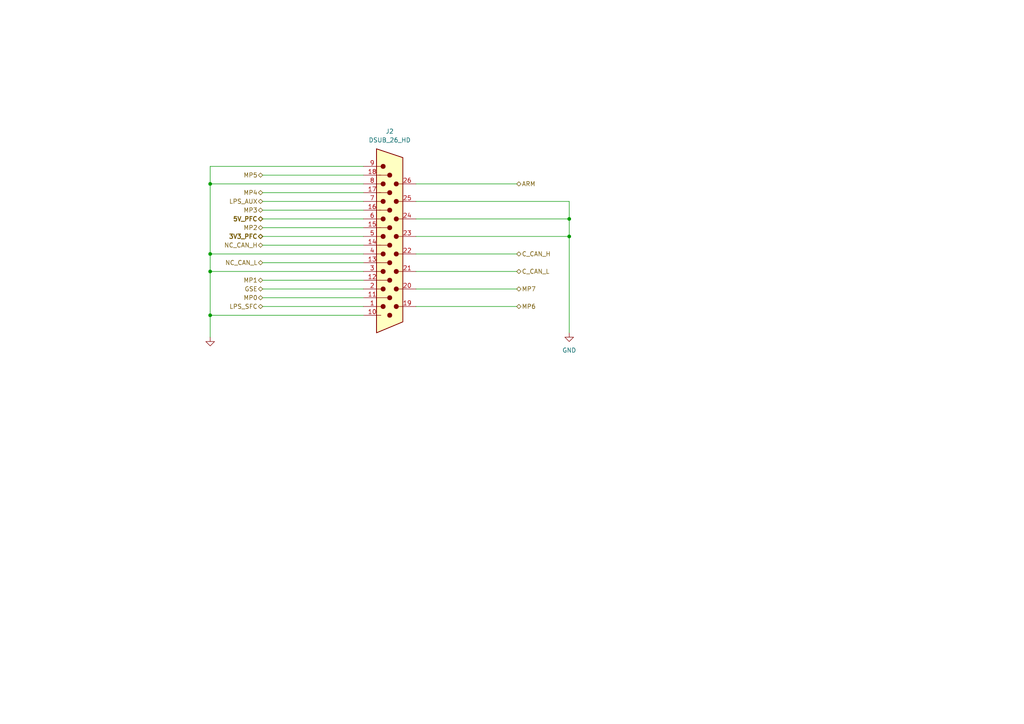
<source format=kicad_sch>
(kicad_sch (version 20250114) (generator "eeschema") (generator_version "9.0")
  (paper "A4")
  (title_block (title "RAT High level schematics") (date "2025-08-23") (rev "0"))
  (lib_symbols
    (symbol "CUSTOM:DSUB_26_HD" (pin_names (offset 1.016) (hide yes))
      (property "Reference" "J" (at 0 31.75 0))
      (property "Value" "DSUB_26_HD" (at 0 29.21 0))
      (symbol "DSUB_26_HD_0_1"
        (polyline (pts (xy -3.81 27.94) (xy -3.81 -25.4) (xy 3.81 -22.225) (xy 3.81 25.4) (xy -3.81 27.94)) (stroke (width 0.254)) (fill (type background)))
        (polyline (pts (xy -3.175 5.08) (xy -0.635 5.08)))
        (circle (center -1.905 22.86) (radius 0.635) (fill (type outline)))
        (circle (center -1.905 17.78) (radius 0.635) (fill (type outline)))
        (circle (center -1.905 12.7) (radius 0.635) (fill (type outline)))
        (circle (center -1.905 7.62) (radius 0.635) (fill (type outline)))
        (circle (center -1.905 2.54) (radius 0.635) (fill (type outline)))
        (circle (center -1.905 -2.54) (radius 0.635) (fill (type outline)))
        (circle (center -1.905 -7.62) (radius 0.635) (fill (type outline)))
        (circle (center -1.905 -12.7) (radius 0.635) (fill (type outline)))
        (circle (center -1.905 -17.78) (radius 0.635) (fill (type outline)))
        (polyline (pts (xy -0.635 20.32) (xy -3.175 20.32)))
        (polyline (pts (xy -0.635 15.24) (xy -3.175 15.24)))
        (polyline (pts (xy -0.635 10.16) (xy -3.175 10.16)))
        (polyline (pts (xy -0.635 0) (xy -3.175 0)))
        (polyline (pts (xy -0.635 -5.08) (xy -3.175 -5.08)))
        (polyline (pts (xy -0.635 -10.16) (xy -3.175 -10.16)))
        (polyline (pts (xy -0.635 -15.24) (xy -3.175 -15.24)))
        (circle (center 0 20.32) (radius 0.635) (fill (type outline)))
        (circle (center 0 15.24) (radius 0.635) (fill (type outline)))
        (circle (center 0 10.16) (radius 0.635) (fill (type outline)))
        (circle (center 0 5.08) (radius 0.635) (fill (type outline)))
        (circle (center 0 0) (radius 0.635) (fill (type outline)))
        (circle (center 0 -5.08) (radius 0.635) (fill (type outline)))
        (circle (center 0 -10.16) (radius 0.635) (fill (type outline)))
        (circle (center 0 -15.24) (radius 0.635) (fill (type outline)))
        (circle (center 0 -20.32) (radius 0.635) (fill (type outline)))
        (circle (center 1.905 17.78) (radius 0.635) (fill (type outline)))
        (circle (center 1.905 12.7) (radius 0.635) (fill (type outline)))
        (circle (center 1.905 7.62) (radius 0.635) (fill (type outline)))
        (circle (center 1.905 2.54) (radius 0.635) (fill (type outline)))
        (circle (center 1.905 -2.54) (radius 0.635) (fill (type outline)))
        (circle (center 1.905 -7.62) (radius 0.635) (fill (type outline)))
        (circle (center 1.905 -12.7) (radius 0.635) (fill (type outline)))
        (circle (center 1.905 -17.78) (radius 0.635) (fill (type outline)))
      )
      (symbol "DSUB_26_HD_1_1"
        (pin passive line (at -7.62 22.86 0) (length 5.08) (name "~") (number "9"))
        (pin passive line (at -7.62 20.32 0) (length 5.08) (name "~") (number "18"))
        (pin passive line (at -7.62 17.78 0) (length 5.08) (name "~") (number "8"))
        (pin passive line (at -7.62 15.24 0) (length 5.08) (name "~") (number "17"))
        (pin passive line (at -7.62 12.7 0) (length 5.08) (name "~") (number "7"))
        (pin passive line (at -7.62 10.16 0) (length 5.08) (name "~") (number "16"))
        (pin passive line (at -7.62 7.62 0) (length 5.08) (name "~") (number "6"))
        (pin passive line (at -7.62 5.08 0) (length 5.08) (name "~") (number "15"))
        (pin passive line (at -7.62 2.54 0) (length 5.08) (name "~") (number "5"))
        (pin passive line (at -7.62 0 0) (length 5.08) (name "~") (number "14"))
        (pin passive line (at -7.62 -2.54 0) (length 5.08) (name "~") (number "4"))
        (pin passive line (at -7.62 -5.08 0) (length 5.08) (name "~") (number "13"))
        (pin passive line (at -7.62 -7.62 0) (length 5.08) (name "~") (number "3"))
        (pin passive line (at -7.62 -10.16 0) (length 5.08) (name "~") (number "12"))
        (pin passive line (at -7.62 -12.7 0) (length 5.08) (name "~") (number "2"))
        (pin passive line (at -7.62 -15.24 0) (length 5.08) (name "~") (number "11"))
        (pin passive line (at -7.62 -17.78 0) (length 5.08) (name "~") (number "1"))
        (pin passive line (at -7.62 -20.32 0) (length 5.08) (name "~") (number "10"))
        (pin passive line (at 7.62 17.78 180) (length 5.08) (name "~") (number "26"))
        (pin passive line (at 7.62 12.7 180) (length 5.08) (name "~") (number "25"))
        (pin passive line (at 7.62 7.62 180) (length 5.08) (name "~") (number "24"))
        (pin passive line (at 7.62 2.54 180) (length 5.08) (name "~") (number "23"))
        (pin passive line (at 7.62 -2.54 180) (length 5.08) (name "~") (number "22"))
        (pin passive line (at 7.62 -7.62 180) (length 5.08) (name "~") (number "21"))
        (pin passive line (at 7.62 -12.7 180) (length 5.08) (name "~") (number "20"))
        (pin passive line (at 7.62 -17.78 180) (length 5.08) (name "~") (number "19"))
      )
    )
    (symbol "power:GND" (power) (pin_numbers (hide yes)) (pin_names (offset 0) (hide yes))
      (property "Value" "GND" (at 0 -3.81 0))
      (symbol "GND_0_1"
        (polyline (pts (xy 0 0) (xy 0 -1.27) (xy 1.27 -1.27) (xy 0 -2.54) (xy -1.27 -1.27) (xy 0 -1.27)))
      )
      (symbol "GND_1_1"
        (pin power_in line (at 0 0 270) (length 0) (name "~") (number "1"))
      )
    )
  )
  (junction (at 60.96 78.74))
  (junction (at 165.1 68.58))
  (junction (at 60.96 73.66))
  (junction (at 60.96 53.34))
  (junction (at 165.1 63.5))
  (junction (at 60.96 91.44))
  (wire (pts (xy 60.96 53.34) (xy 60.96 73.66)))
  (wire (pts (xy 60.96 73.66) (xy 105.41 73.66)))
  (wire (pts (xy 120.65 68.58) (xy 165.1 68.58)))
  (wire (pts (xy 120.65 73.66) (xy 149.86 73.66)))
  (wire (pts (xy 120.65 78.74) (xy 149.86 78.74)))
  (wire (pts (xy 60.96 53.34) (xy 105.41 53.34)))
  (wire (pts (xy 76.2 86.36) (xy 105.41 86.36)))
  (wire (pts (xy 120.65 63.5) (xy 165.1 63.5)))
  (wire (pts (xy 76.2 63.5) (xy 105.41 63.5)))
  (wire (pts (xy 76.2 76.2) (xy 105.41 76.2)))
  (wire (pts (xy 60.96 48.26) (xy 105.41 48.26)))
  (wire (pts (xy 76.2 68.58) (xy 105.41 68.58)))
  (wire (pts (xy 76.2 60.96) (xy 105.41 60.96)))
  (wire (pts (xy 165.1 63.5) (xy 165.1 68.58)))
  (wire (pts (xy 120.65 53.34) (xy 149.86 53.34)))
  (wire (pts (xy 165.1 68.58) (xy 165.1 96.52)))
  (wire (pts (xy 76.2 88.9) (xy 105.41 88.9)))
  (wire (pts (xy 76.2 58.42) (xy 105.41 58.42)))
  (wire (pts (xy 120.65 58.42) (xy 165.1 58.42)))
  (wire (pts (xy 60.96 91.44) (xy 60.96 97.79)))
  (wire (pts (xy 60.96 91.44) (xy 105.41 91.44)))
  (wire (pts (xy 76.2 66.04) (xy 105.41 66.04)))
  (wire (pts (xy 120.65 88.9) (xy 149.86 88.9)))
  (wire (pts (xy 165.1 58.42) (xy 165.1 63.5)))
  (wire (pts (xy 60.96 73.66) (xy 60.96 78.74)))
  (wire (pts (xy 76.2 55.88) (xy 105.41 55.88)))
  (wire (pts (xy 76.2 83.82) (xy 105.41 83.82)))
  (wire (pts (xy 76.2 81.28) (xy 105.41 81.28)))
  (wire (pts (xy 120.65 83.82) (xy 149.86 83.82)))
  (wire (pts (xy 76.2 71.12) (xy 105.41 71.12)))
  (wire (pts (xy 76.2 50.8) (xy 105.41 50.8)))
  (wire (pts (xy 60.96 78.74) (xy 60.96 91.44)))
  (wire (pts (xy 60.96 48.26) (xy 60.96 53.34)))
  (wire (pts (xy 60.96 78.74) (xy 105.41 78.74)))
  (hierarchical_label "MP2" (shape bidirectional) (at 76.2 66.04 180))
  (hierarchical_label "C_CAN_H" (shape bidirectional) (at 149.86 73.66 0))
  (hierarchical_label "NC_CAN_L" (shape bidirectional) (at 76.2 76.2 180))
  (hierarchical_label "MP6" (shape bidirectional) (at 149.86 88.9 0))
  (hierarchical_label "3V3_PFC" (shape bidirectional) (at 76.2 68.58 180) (effects (font (bold yes))))
  (hierarchical_label "MP7" (shape bidirectional) (at 149.86 83.82 0))
  (hierarchical_label "NC_CAN_H" (shape bidirectional) (at 76.2 71.12 180))
  (hierarchical_label "LPS_AUX" (shape bidirectional) (at 76.2 58.42 180))
  (hierarchical_label "MP3" (shape bidirectional) (at 76.2 60.96 180))
  (hierarchical_label "MP5" (shape bidirectional) (at 76.2 50.8 180))
  (hierarchical_label "MP1" (shape bidirectional) (at 76.2 81.28 180))
  (hierarchical_label "MP0" (shape bidirectional) (at 76.2 86.36 180))
  (hierarchical_label "ARM" (shape bidirectional) (at 149.86 53.34 0))
  (hierarchical_label "MP4" (shape bidirectional) (at 76.2 55.88 180))
  (hierarchical_label "C_CAN_L" (shape bidirectional) (at 149.86 78.74 0))
  (hierarchical_label "GSE" (shape bidirectional) (at 76.2 83.82 180))
  (hierarchical_label "5V_PFC" (shape bidirectional) (at 76.2 63.5 180) (effects (font (bold yes))))
  (hierarchical_label "LPS_SFC" (shape bidirectional) (at 76.2 88.9 180))
  (symbol (lib_id "CUSTOM:DSUB_26_HD") (at 113.03 71.12 0) (unit 1)
    (property "Reference" "J2" (at 113.03 38.1 0))
    (property "Value" "DSUB_26_HD" (at 113.03 40.64 0))
    (property "Footprint" "Connector_Dsub:DSUB-26-HD_Female_Vertical_P2.29x1.98mm_MountingHoles" (effects (hide yes)))
    (property "Datasheet" " ~" (effects (hide yes)))
    (property "Description" "15-pin male plug socket D-SUB connector, High density (3 columns), Triple Row, Generic, VGA-connector" (effects (hide yes)))
  )
  (symbol (lib_id "power:GND") (at 60.96 97.79 0) (unit 1)
    (property "Reference" "#PWR03" (effects (hide yes)))
    (property "Value" "GND" (effects (hide yes)))
    (property "Description" "Power symbol creates a global label with name \"GND\" , ground" (effects (hide yes)))
  )
  (symbol (lib_id "power:GND") (at 165.1 96.52 0) (unit 1)
    (property "Reference" "#PWR012" (effects (hide yes)))
    (property "Value" "GND" (at 165.1 101.6 0))
    (property "Description" "Power symbol creates a global label with name \"GND\" , ground" (effects (hide yes)))
  )
)
</source>
